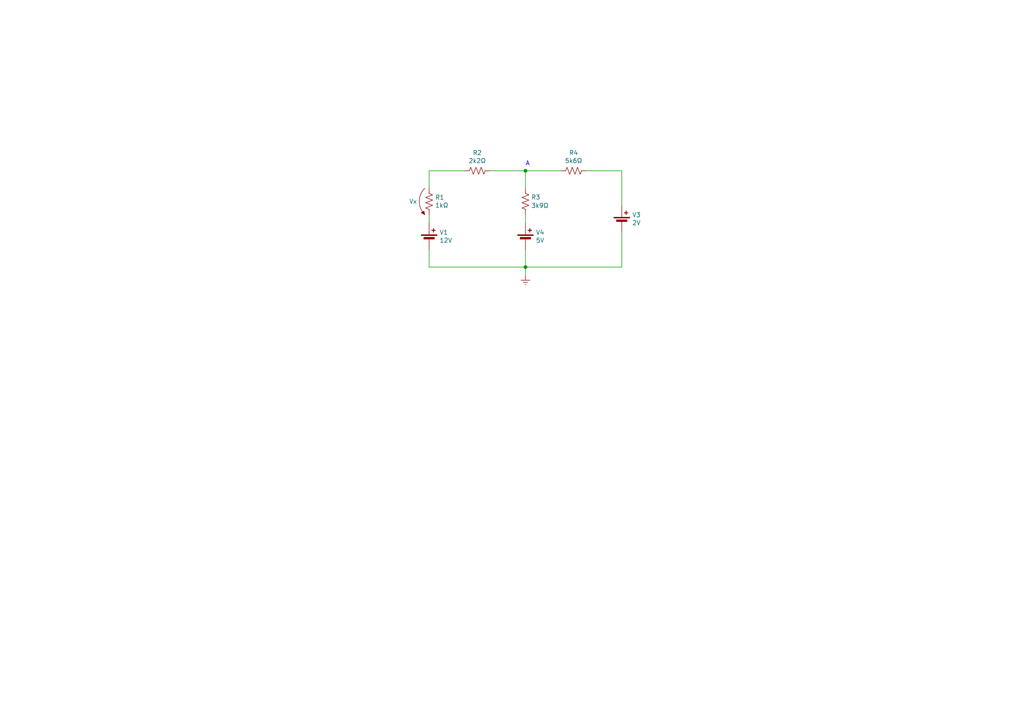
<source format=kicad_sch>
(kicad_sch (version 20230121) (generator eeschema)
  (paper "A4")
  (title_block (title "Questão 5 e 6 - P2/2020 - Noturno") (date "2020-11-18") (rev "0") (company "ETE103 - Fundamentos de Circuitos Analógicos"))
  (lib_symbols
    (symbol "Device:Battery_Cell" (pin_numbers hide) (pin_names (offset 0) hide)
      (property "Reference" "BT" (at 2.54 2.54 0))
      (property "Value" "Battery_Cell" (at 2.54 0 0))
      (symbol "Battery_Cell_0_1"
        (rectangle (start -2.286 1.778) (end 2.286 1.524) (fill (type outline)))
        (rectangle (start -1.524 1.016) (end 1.524 0.508) (fill (type outline)))
        (polyline (pts (xy 0 0.762) (xy 0 0)))
        (polyline (pts (xy 0 1.778) (xy 0 2.54)))
        (polyline (pts (xy 0.762 3.048) (xy 1.778 3.048)) (stroke (width 0.254)))
        (polyline (pts (xy 1.27 3.556) (xy 1.27 2.54)) (stroke (width 0.254)))
      )
      (symbol "Battery_Cell_1_1"
        (pin passive line (at 0 5.08 270) (length 2.54) (name "+") (number "1"))
        (pin passive line (at 0 -2.54 90) (length 2.54) (name "-") (number "2"))
      )
    )
    (symbol "Device:R_US" (pin_numbers hide) (pin_names (offset 0))
      (property "Reference" "R" (at 2.54 0 90))
      (property "Value" "R_US" (at -2.54 0 90))
      (symbol "R_US_0_1"
        (polyline (pts (xy 0 -2.286) (xy 0 -2.54)))
        (polyline (pts (xy 0 2.286) (xy 0 2.54)))
        (polyline (pts (xy 0 -0.762) (xy 1.016 -1.143) (xy 0 -1.524) (xy -1.016 -1.905) (xy 0 -2.286)))
        (polyline (pts (xy 0 0.762) (xy 1.016 0.381) (xy 0 0) (xy -1.016 -0.381) (xy 0 -0.762)))
        (polyline (pts (xy 0 2.286) (xy 1.016 1.905) (xy 0 1.524) (xy -1.016 1.143) (xy 0 0.762)))
      )
      (symbol "R_US_1_1"
        (pin passive line (at 0 3.81 270) (length 1.27) (name "~") (number "1"))
        (pin passive line (at 0 -3.81 90) (length 1.27) (name "~") (number "2"))
      )
    )
    (symbol "Personalizado:seta_tensao_longa" (pin_names (offset 1.016))
      (property "Reference" "V" (at -2.54 0 0))
      (symbol "seta_tensao_longa_0_1"
        (polyline (pts (xy 0 3.81) (xy -1.016 3.302) (xy -0.254 2.794) (xy 0 3.81)) (fill (type outline)))
        (arc (start 0 3.81) (mid -1.5782 0) (end 0 -3.81))
      )
    )
    (symbol "power:Earth" (power) (pin_names (offset 0))
      (symbol "Earth_0_1"
        (polyline (pts (xy -0.635 -1.905) (xy 0.635 -1.905)))
        (polyline (pts (xy -0.127 -2.54) (xy 0.127 -2.54)))
        (polyline (pts (xy 0 -1.27) (xy 0 0)))
        (polyline (pts (xy 1.27 -1.27) (xy -1.27 -1.27)))
      )
      (symbol "Earth_1_1"
        (pin power_in line (at 0 0 270) (length 0) hide (name "Earth") (number "1"))
      )
    )
  )
  (junction (at 152.4 49.53))
  (junction (at 152.4 77.47))
  (wire (pts (xy 124.46 77.47) (xy 124.46 72.39)))
  (wire (pts (xy 152.4 49.53) (xy 162.56 49.53)))
  (wire (pts (xy 142.24 49.53) (xy 152.4 49.53)))
  (wire (pts (xy 124.46 54.61) (xy 124.46 49.53)))
  (wire (pts (xy 180.34 67.31) (xy 180.34 77.47)))
  (wire (pts (xy 152.4 80.01) (xy 152.4 77.47)))
  (wire (pts (xy 124.46 64.77) (xy 124.46 62.23)))
  (wire (pts (xy 180.34 49.53) (xy 180.34 59.69)))
  (wire (pts (xy 152.4 62.23) (xy 152.4 64.77)))
  (wire (pts (xy 152.4 77.47) (xy 180.34 77.47)))
  (wire (pts (xy 152.4 72.39) (xy 152.4 77.47)))
  (wire (pts (xy 170.18 49.53) (xy 180.34 49.53)))
  (wire (pts (xy 152.4 77.47) (xy 124.46 77.47)))
  (wire (pts (xy 124.46 49.53) (xy 134.62 49.53)))
  (wire (pts (xy 152.4 49.53) (xy 152.4 54.61)))
  (text "A" (at 152.4 48.26 0) (effects (font (size 1.27 1.27)) (justify left bottom)))
  (symbol (lib_id "Device:Battery_Cell") (at 124.46 69.85 0) (unit 1)
    (property "Reference" "V1" (at 127.4572 67.4116 0) (effects (justify left)))
    (property "Value" "12V" (at 127.4572 69.723 0) (effects (justify left)))
  )
  (symbol (lib_id "Device:R_US") (at 124.46 58.42 180) (unit 1)
    (property "Reference" "R1" (at 126.1872 57.2516 0) (effects (justify right)))
    (property "Value" "1kΩ" (at 126.1872 59.563 0) (effects (justify right)))
  )
  (symbol (lib_id "Device:R_US") (at 138.43 49.53 90) (unit 1)
    (property "Reference" "R2" (at 138.43 44.323 90))
    (property "Value" "2k2Ω" (at 138.43 46.6344 90))
  )
  (symbol (lib_id "Device:R_US") (at 166.37 49.53 90) (unit 1)
    (property "Reference" "R4" (at 166.37 44.323 90))
    (property "Value" "5k6Ω" (at 166.37 46.6344 90))
  )
  (symbol (lib_id "Device:R_US") (at 152.4 58.42 180) (unit 1)
    (property "Reference" "R3" (at 154.051 57.2079 0) (effects (justify right)))
    (property "Value" "3k9Ω" (at 154.051 59.6321 0) (effects (justify right)))
  )
  (symbol (lib_id "Device:Battery_Cell") (at 180.34 64.77 0) (unit 1)
    (property "Reference" "V3" (at 183.3372 62.3316 0) (effects (justify left)))
    (property "Value" "2V" (at 183.3372 64.643 0) (effects (justify left)))
  )
  (symbol (lib_id "power:Earth") (at 152.4 80.01 0) (unit 1)
    (property "Reference" "#PWR?" (effects hide))
    (property "Value" "Earth" (effects hide))
  )
  (symbol (lib_id "Personalizado:seta_tensao_longa") (at 123.19 58.42 0) (mirror x) (unit 1)
    (property "Reference" "Vx" (at 120.9769 58.42 0) (effects (justify right)))
    (property "Value" "seta_tensao_longa" (effects hide))
  )
  (symbol (lib_id "Device:Battery_Cell") (at 152.4 69.85 0) (unit 1)
    (property "Reference" "V4" (at 155.3972 67.4116 0) (effects (justify left)))
    (property "Value" "5V" (at 155.3972 69.723 0) (effects (justify left)))
  )
)
</source>
